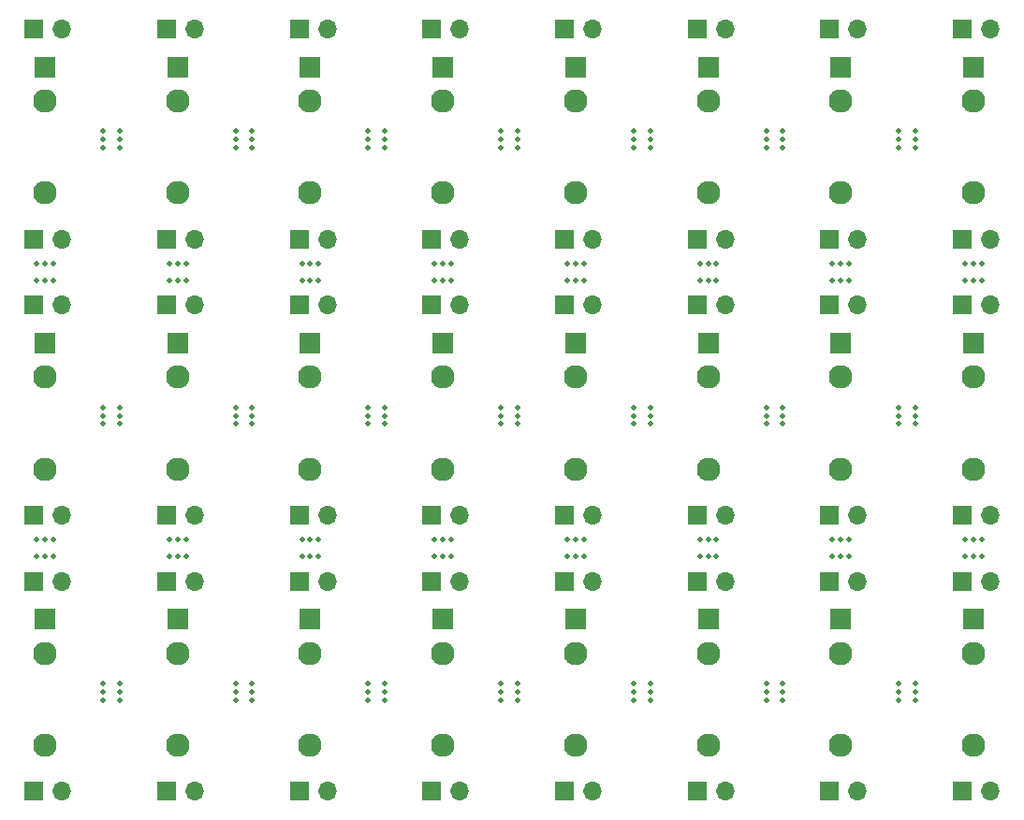
<source format=gbr>
%TF.GenerationSoftware,KiCad,Pcbnew,(6.0.0-0)*%
%TF.CreationDate,2022-11-30T22:12:17-05:00*%
%TF.ProjectId,AudioJack-Breakout,41756469-6f4a-4616-936b-2d427265616b,rev?*%
%TF.SameCoordinates,Original*%
%TF.FileFunction,Soldermask,Bot*%
%TF.FilePolarity,Negative*%
%FSLAX46Y46*%
G04 Gerber Fmt 4.6, Leading zero omitted, Abs format (unit mm)*
G04 Created by KiCad (PCBNEW (6.0.0-0)) date 2022-11-30 22:12:17*
%MOMM*%
%LPD*%
G01*
G04 APERTURE LIST*
%ADD10R,1.700000X1.700000*%
%ADD11O,1.700000X1.700000*%
%ADD12R,1.930000X1.830000*%
%ADD13C,2.130000*%
%ADD14C,0.500000*%
G04 APERTURE END LIST*
D10*
%TO.C,J74*%
X189000000Y-118000000D03*
D11*
X191540000Y-118000000D03*
%TD*%
D12*
%TO.C,J72*%
X190000000Y-121426000D03*
D13*
X190000000Y-124526000D03*
X190000000Y-132826000D03*
%TD*%
D10*
%TO.C,J73*%
X189000000Y-137000000D03*
D11*
X191540000Y-137000000D03*
%TD*%
D10*
%TO.C,J71*%
X177000000Y-118000000D03*
D11*
X179540000Y-118000000D03*
%TD*%
D14*
%TO.C,mouse-bite-2mm-slot45*%
X184750000Y-127250000D03*
X183250000Y-128750000D03*
X183250000Y-128000000D03*
X184750000Y-128000000D03*
X184750000Y-128750000D03*
X183250000Y-127250000D03*
%TD*%
D12*
%TO.C,J69*%
X178000000Y-121426000D03*
D13*
X178000000Y-124526000D03*
X178000000Y-132826000D03*
%TD*%
D10*
%TO.C,J70*%
X177000000Y-137000000D03*
D11*
X179540000Y-137000000D03*
%TD*%
D10*
%TO.C,J68*%
X165000000Y-118000000D03*
D11*
X167540000Y-118000000D03*
%TD*%
D14*
%TO.C,mouse-bite-2mm-slot43*%
X172750000Y-127250000D03*
X171250000Y-128750000D03*
X171250000Y-128000000D03*
X172750000Y-128000000D03*
X172750000Y-128750000D03*
X171250000Y-127250000D03*
%TD*%
D12*
%TO.C,J66*%
X166000000Y-121426000D03*
D13*
X166000000Y-124526000D03*
X166000000Y-132826000D03*
%TD*%
D10*
%TO.C,J67*%
X165000000Y-137000000D03*
D11*
X167540000Y-137000000D03*
%TD*%
D10*
%TO.C,J65*%
X153000000Y-118000000D03*
D11*
X155540000Y-118000000D03*
%TD*%
D14*
%TO.C,mouse-bite-2mm-slot41*%
X160750000Y-127250000D03*
X159250000Y-128750000D03*
X159250000Y-128000000D03*
X160750000Y-128000000D03*
X160750000Y-128750000D03*
X159250000Y-127250000D03*
%TD*%
D12*
%TO.C,J63*%
X154000000Y-121426000D03*
D13*
X154000000Y-124526000D03*
X154000000Y-132826000D03*
%TD*%
D10*
%TO.C,J64*%
X153000000Y-137000000D03*
D11*
X155540000Y-137000000D03*
%TD*%
D10*
%TO.C,J62*%
X141000000Y-118000000D03*
D11*
X143540000Y-118000000D03*
%TD*%
D14*
%TO.C,mouse-bite-2mm-slot39*%
X148750000Y-127250000D03*
X147250000Y-128750000D03*
X147250000Y-128000000D03*
X148750000Y-128000000D03*
X148750000Y-128750000D03*
X147250000Y-127250000D03*
%TD*%
D12*
%TO.C,J60*%
X142000000Y-121426000D03*
D13*
X142000000Y-124526000D03*
X142000000Y-132826000D03*
%TD*%
D10*
%TO.C,J61*%
X141000000Y-137000000D03*
D11*
X143540000Y-137000000D03*
%TD*%
D10*
%TO.C,J59*%
X129000000Y-118000000D03*
D11*
X131540000Y-118000000D03*
%TD*%
D14*
%TO.C,mouse-bite-2mm-slot37*%
X136750000Y-127250000D03*
X135250000Y-128750000D03*
X135250000Y-128000000D03*
X136750000Y-128000000D03*
X136750000Y-128750000D03*
X135250000Y-127250000D03*
%TD*%
D12*
%TO.C,J57*%
X130000000Y-121426000D03*
D13*
X130000000Y-124526000D03*
X130000000Y-132826000D03*
%TD*%
D10*
%TO.C,J58*%
X129000000Y-137000000D03*
D11*
X131540000Y-137000000D03*
%TD*%
D10*
%TO.C,J56*%
X117000000Y-118000000D03*
D11*
X119540000Y-118000000D03*
%TD*%
D14*
%TO.C,mouse-bite-2mm-slot35*%
X124750000Y-127250000D03*
X123250000Y-128750000D03*
X123250000Y-128000000D03*
X124750000Y-128000000D03*
X124750000Y-128750000D03*
X123250000Y-127250000D03*
%TD*%
D12*
%TO.C,J54*%
X118000000Y-121426000D03*
D13*
X118000000Y-124526000D03*
X118000000Y-132826000D03*
%TD*%
D10*
%TO.C,J55*%
X117000000Y-137000000D03*
D11*
X119540000Y-137000000D03*
%TD*%
D10*
%TO.C,J53*%
X105000000Y-118000000D03*
D11*
X107540000Y-118000000D03*
%TD*%
D14*
%TO.C,mouse-bite-2mm-slot33*%
X112750000Y-127250000D03*
X111250000Y-128750000D03*
X111250000Y-128000000D03*
X112750000Y-128000000D03*
X112750000Y-128750000D03*
X111250000Y-127250000D03*
%TD*%
D12*
%TO.C,J51*%
X106000000Y-121426000D03*
D13*
X106000000Y-124526000D03*
X106000000Y-132826000D03*
%TD*%
D10*
%TO.C,J52*%
X105000000Y-137000000D03*
D11*
X107540000Y-137000000D03*
%TD*%
D10*
%TO.C,J50*%
X189000000Y-93000000D03*
D11*
X191540000Y-93000000D03*
%TD*%
D12*
%TO.C,J48*%
X190000000Y-96426000D03*
D13*
X190000000Y-99526000D03*
X190000000Y-107826000D03*
%TD*%
D10*
%TO.C,J49*%
X189000000Y-112000000D03*
D11*
X191540000Y-112000000D03*
%TD*%
D14*
%TO.C,mouse-bite-2mm-slot30*%
X189250000Y-114250000D03*
X190750000Y-115750000D03*
X190000000Y-115750000D03*
X190000000Y-114250000D03*
X190750000Y-114250000D03*
X189250000Y-115750000D03*
%TD*%
D10*
%TO.C,J47*%
X177000000Y-93000000D03*
D11*
X179540000Y-93000000D03*
%TD*%
D14*
%TO.C,mouse-bite-2mm-slot29*%
X184750000Y-102250000D03*
X183250000Y-103750000D03*
X183250000Y-103000000D03*
X184750000Y-103000000D03*
X184750000Y-103750000D03*
X183250000Y-102250000D03*
%TD*%
D12*
%TO.C,J45*%
X178000000Y-96426000D03*
D13*
X178000000Y-99526000D03*
X178000000Y-107826000D03*
%TD*%
D10*
%TO.C,J46*%
X177000000Y-112000000D03*
D11*
X179540000Y-112000000D03*
%TD*%
D14*
%TO.C,mouse-bite-2mm-slot28*%
X177250000Y-114250000D03*
X178750000Y-115750000D03*
X178000000Y-115750000D03*
X178000000Y-114250000D03*
X178750000Y-114250000D03*
X177250000Y-115750000D03*
%TD*%
D10*
%TO.C,J44*%
X165000000Y-93000000D03*
D11*
X167540000Y-93000000D03*
%TD*%
D14*
%TO.C,mouse-bite-2mm-slot27*%
X172750000Y-102250000D03*
X171250000Y-103750000D03*
X171250000Y-103000000D03*
X172750000Y-103000000D03*
X172750000Y-103750000D03*
X171250000Y-102250000D03*
%TD*%
D12*
%TO.C,J42*%
X166000000Y-96426000D03*
D13*
X166000000Y-99526000D03*
X166000000Y-107826000D03*
%TD*%
D10*
%TO.C,J43*%
X165000000Y-112000000D03*
D11*
X167540000Y-112000000D03*
%TD*%
D14*
%TO.C,mouse-bite-2mm-slot26*%
X165250000Y-114250000D03*
X166750000Y-115750000D03*
X166000000Y-115750000D03*
X166000000Y-114250000D03*
X166750000Y-114250000D03*
X165250000Y-115750000D03*
%TD*%
D10*
%TO.C,J41*%
X153000000Y-93000000D03*
D11*
X155540000Y-93000000D03*
%TD*%
D14*
%TO.C,mouse-bite-2mm-slot25*%
X160750000Y-102250000D03*
X159250000Y-103750000D03*
X159250000Y-103000000D03*
X160750000Y-103000000D03*
X160750000Y-103750000D03*
X159250000Y-102250000D03*
%TD*%
D12*
%TO.C,J39*%
X154000000Y-96426000D03*
D13*
X154000000Y-99526000D03*
X154000000Y-107826000D03*
%TD*%
D10*
%TO.C,J40*%
X153000000Y-112000000D03*
D11*
X155540000Y-112000000D03*
%TD*%
D14*
%TO.C,mouse-bite-2mm-slot24*%
X153250000Y-114250000D03*
X154750000Y-115750000D03*
X154000000Y-115750000D03*
X154000000Y-114250000D03*
X154750000Y-114250000D03*
X153250000Y-115750000D03*
%TD*%
D10*
%TO.C,J38*%
X141000000Y-93000000D03*
D11*
X143540000Y-93000000D03*
%TD*%
D14*
%TO.C,mouse-bite-2mm-slot23*%
X148750000Y-102250000D03*
X147250000Y-103750000D03*
X147250000Y-103000000D03*
X148750000Y-103000000D03*
X148750000Y-103750000D03*
X147250000Y-102250000D03*
%TD*%
D12*
%TO.C,J36*%
X142000000Y-96426000D03*
D13*
X142000000Y-99526000D03*
X142000000Y-107826000D03*
%TD*%
D10*
%TO.C,J37*%
X141000000Y-112000000D03*
D11*
X143540000Y-112000000D03*
%TD*%
D14*
%TO.C,mouse-bite-2mm-slot22*%
X141250000Y-114250000D03*
X142750000Y-115750000D03*
X142000000Y-115750000D03*
X142000000Y-114250000D03*
X142750000Y-114250000D03*
X141250000Y-115750000D03*
%TD*%
D10*
%TO.C,J35*%
X129000000Y-93000000D03*
D11*
X131540000Y-93000000D03*
%TD*%
D14*
%TO.C,mouse-bite-2mm-slot21*%
X136750000Y-102250000D03*
X135250000Y-103750000D03*
X135250000Y-103000000D03*
X136750000Y-103000000D03*
X136750000Y-103750000D03*
X135250000Y-102250000D03*
%TD*%
D12*
%TO.C,J33*%
X130000000Y-96426000D03*
D13*
X130000000Y-99526000D03*
X130000000Y-107826000D03*
%TD*%
D10*
%TO.C,J34*%
X129000000Y-112000000D03*
D11*
X131540000Y-112000000D03*
%TD*%
D14*
%TO.C,mouse-bite-2mm-slot20*%
X129250000Y-114250000D03*
X130750000Y-115750000D03*
X130000000Y-115750000D03*
X130000000Y-114250000D03*
X130750000Y-114250000D03*
X129250000Y-115750000D03*
%TD*%
D10*
%TO.C,J32*%
X117000000Y-93000000D03*
D11*
X119540000Y-93000000D03*
%TD*%
D14*
%TO.C,mouse-bite-2mm-slot19*%
X124750000Y-102250000D03*
X123250000Y-103750000D03*
X123250000Y-103000000D03*
X124750000Y-103000000D03*
X124750000Y-103750000D03*
X123250000Y-102250000D03*
%TD*%
D12*
%TO.C,J30*%
X118000000Y-96426000D03*
D13*
X118000000Y-99526000D03*
X118000000Y-107826000D03*
%TD*%
D10*
%TO.C,J31*%
X117000000Y-112000000D03*
D11*
X119540000Y-112000000D03*
%TD*%
D14*
%TO.C,mouse-bite-2mm-slot18*%
X117250000Y-114250000D03*
X118750000Y-115750000D03*
X118000000Y-115750000D03*
X118000000Y-114250000D03*
X118750000Y-114250000D03*
X117250000Y-115750000D03*
%TD*%
D10*
%TO.C,J29*%
X105000000Y-93000000D03*
D11*
X107540000Y-93000000D03*
%TD*%
D14*
%TO.C,mouse-bite-2mm-slot17*%
X112750000Y-102250000D03*
X111250000Y-103750000D03*
X111250000Y-103000000D03*
X112750000Y-103000000D03*
X112750000Y-103750000D03*
X111250000Y-102250000D03*
%TD*%
D12*
%TO.C,J27*%
X106000000Y-96426000D03*
D13*
X106000000Y-99526000D03*
X106000000Y-107826000D03*
%TD*%
D10*
%TO.C,J28*%
X105000000Y-112000000D03*
D11*
X107540000Y-112000000D03*
%TD*%
D14*
%TO.C,mouse-bite-2mm-slot16*%
X105250000Y-114250000D03*
X106750000Y-115750000D03*
X106000000Y-115750000D03*
X106000000Y-114250000D03*
X106750000Y-114250000D03*
X105250000Y-115750000D03*
%TD*%
D10*
%TO.C,J26*%
X189000000Y-68000000D03*
D11*
X191540000Y-68000000D03*
%TD*%
D12*
%TO.C,J24*%
X190000000Y-71426000D03*
D13*
X190000000Y-74526000D03*
X190000000Y-82826000D03*
%TD*%
D10*
%TO.C,J25*%
X189000000Y-87000000D03*
D11*
X191540000Y-87000000D03*
%TD*%
D14*
%TO.C,mouse-bite-2mm-slot14*%
X189250000Y-89250000D03*
X190750000Y-90750000D03*
X190000000Y-90750000D03*
X190000000Y-89250000D03*
X190750000Y-89250000D03*
X189250000Y-90750000D03*
%TD*%
D10*
%TO.C,J23*%
X177000000Y-68000000D03*
D11*
X179540000Y-68000000D03*
%TD*%
D14*
%TO.C,mouse-bite-2mm-slot13*%
X184750000Y-77250000D03*
X183250000Y-78750000D03*
X183250000Y-78000000D03*
X184750000Y-78000000D03*
X184750000Y-78750000D03*
X183250000Y-77250000D03*
%TD*%
D12*
%TO.C,J21*%
X178000000Y-71426000D03*
D13*
X178000000Y-74526000D03*
X178000000Y-82826000D03*
%TD*%
D10*
%TO.C,J22*%
X177000000Y-87000000D03*
D11*
X179540000Y-87000000D03*
%TD*%
D14*
%TO.C,mouse-bite-2mm-slot12*%
X177250000Y-89250000D03*
X178750000Y-90750000D03*
X178000000Y-90750000D03*
X178000000Y-89250000D03*
X178750000Y-89250000D03*
X177250000Y-90750000D03*
%TD*%
D10*
%TO.C,J20*%
X165000000Y-68000000D03*
D11*
X167540000Y-68000000D03*
%TD*%
D14*
%TO.C,mouse-bite-2mm-slot11*%
X172750000Y-77250000D03*
X171250000Y-78750000D03*
X171250000Y-78000000D03*
X172750000Y-78000000D03*
X172750000Y-78750000D03*
X171250000Y-77250000D03*
%TD*%
D12*
%TO.C,J18*%
X166000000Y-71426000D03*
D13*
X166000000Y-74526000D03*
X166000000Y-82826000D03*
%TD*%
D10*
%TO.C,J19*%
X165000000Y-87000000D03*
D11*
X167540000Y-87000000D03*
%TD*%
D14*
%TO.C,mouse-bite-2mm-slot10*%
X165250000Y-89250000D03*
X166750000Y-90750000D03*
X166000000Y-90750000D03*
X166000000Y-89250000D03*
X166750000Y-89250000D03*
X165250000Y-90750000D03*
%TD*%
D10*
%TO.C,J17*%
X153000000Y-68000000D03*
D11*
X155540000Y-68000000D03*
%TD*%
D14*
%TO.C,mouse-bite-2mm-slot9*%
X160750000Y-77250000D03*
X159250000Y-78750000D03*
X159250000Y-78000000D03*
X160750000Y-78000000D03*
X160750000Y-78750000D03*
X159250000Y-77250000D03*
%TD*%
D12*
%TO.C,J15*%
X154000000Y-71426000D03*
D13*
X154000000Y-74526000D03*
X154000000Y-82826000D03*
%TD*%
D10*
%TO.C,J16*%
X153000000Y-87000000D03*
D11*
X155540000Y-87000000D03*
%TD*%
D14*
%TO.C,mouse-bite-2mm-slot8*%
X153250000Y-89250000D03*
X154750000Y-90750000D03*
X154000000Y-90750000D03*
X154000000Y-89250000D03*
X154750000Y-89250000D03*
X153250000Y-90750000D03*
%TD*%
D10*
%TO.C,J14*%
X141000000Y-68000000D03*
D11*
X143540000Y-68000000D03*
%TD*%
D14*
%TO.C,mouse-bite-2mm-slot7*%
X148750000Y-77250000D03*
X147250000Y-78750000D03*
X147250000Y-78000000D03*
X148750000Y-78000000D03*
X148750000Y-78750000D03*
X147250000Y-77250000D03*
%TD*%
D12*
%TO.C,J12*%
X142000000Y-71426000D03*
D13*
X142000000Y-74526000D03*
X142000000Y-82826000D03*
%TD*%
D10*
%TO.C,J13*%
X141000000Y-87000000D03*
D11*
X143540000Y-87000000D03*
%TD*%
D14*
%TO.C,mouse-bite-2mm-slot6*%
X141250000Y-89250000D03*
X142750000Y-90750000D03*
X142000000Y-90750000D03*
X142000000Y-89250000D03*
X142750000Y-89250000D03*
X141250000Y-90750000D03*
%TD*%
D10*
%TO.C,J11*%
X129000000Y-68000000D03*
D11*
X131540000Y-68000000D03*
%TD*%
D14*
%TO.C,mouse-bite-2mm-slot5*%
X136750000Y-77250000D03*
X135250000Y-78750000D03*
X135250000Y-78000000D03*
X136750000Y-78000000D03*
X136750000Y-78750000D03*
X135250000Y-77250000D03*
%TD*%
D12*
%TO.C,J7*%
X130000000Y-71426000D03*
D13*
X130000000Y-74526000D03*
X130000000Y-82826000D03*
%TD*%
D10*
%TO.C,J10*%
X129000000Y-87000000D03*
D11*
X131540000Y-87000000D03*
%TD*%
D14*
%TO.C,mouse-bite-2mm-slot4*%
X129250000Y-89250000D03*
X130750000Y-90750000D03*
X130000000Y-90750000D03*
X130000000Y-89250000D03*
X130750000Y-89250000D03*
X129250000Y-90750000D03*
%TD*%
D10*
%TO.C,J9*%
X117000000Y-68000000D03*
D11*
X119540000Y-68000000D03*
%TD*%
D14*
%TO.C,mouse-bite-2mm-slot3*%
X124750000Y-77250000D03*
X123250000Y-78750000D03*
X123250000Y-78000000D03*
X124750000Y-78000000D03*
X124750000Y-78750000D03*
X123250000Y-77250000D03*
%TD*%
D12*
%TO.C,J5*%
X118000000Y-71426000D03*
D13*
X118000000Y-74526000D03*
X118000000Y-82826000D03*
%TD*%
D10*
%TO.C,J6*%
X117000000Y-87000000D03*
D11*
X119540000Y-87000000D03*
%TD*%
D14*
%TO.C,mouse-bite-2mm-slot2*%
X117250000Y-89250000D03*
X118750000Y-90750000D03*
X118000000Y-90750000D03*
X118000000Y-89250000D03*
X118750000Y-89250000D03*
X117250000Y-90750000D03*
%TD*%
%TO.C,mouse-bite-2mm-slot1*%
X105250000Y-89250000D03*
X106750000Y-90750000D03*
X106000000Y-90750000D03*
X106000000Y-89250000D03*
X106750000Y-89250000D03*
X105250000Y-90750000D03*
%TD*%
%TO.C,mouse-bite-2mm-slot1*%
X112750000Y-77250000D03*
X111250000Y-78750000D03*
X111250000Y-78000000D03*
X112750000Y-78000000D03*
X112750000Y-78750000D03*
X111250000Y-77250000D03*
%TD*%
D10*
%TO.C,J4*%
X105000000Y-87000000D03*
D11*
X107540000Y-87000000D03*
%TD*%
D12*
%TO.C,J3*%
X106000000Y-71426000D03*
D13*
X106000000Y-74526000D03*
X106000000Y-82826000D03*
%TD*%
D10*
%TO.C,J8*%
X105000000Y-68000000D03*
D11*
X107540000Y-68000000D03*
%TD*%
M02*

</source>
